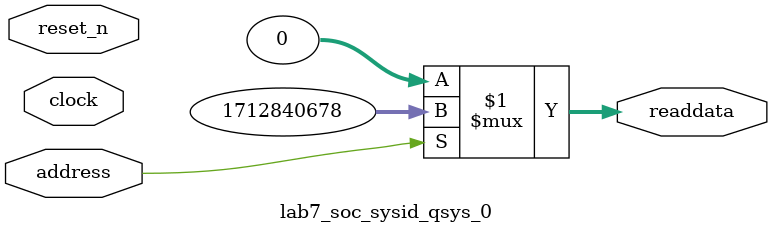
<source format=v>



// synthesis translate_off
`timescale 1ns / 1ps
// synthesis translate_on

// turn off superfluous verilog processor warnings 
// altera message_level Level1 
// altera message_off 10034 10035 10036 10037 10230 10240 10030 

module lab7_soc_sysid_qsys_0 (
               // inputs:
                address,
                clock,
                reset_n,

               // outputs:
                readdata
             )
;

  output  [ 31: 0] readdata;
  input            address;
  input            clock;
  input            reset_n;

  wire    [ 31: 0] readdata;
  //control_slave, which is an e_avalon_slave
  assign readdata = address ? 1712840678 : 0;

endmodule



</source>
